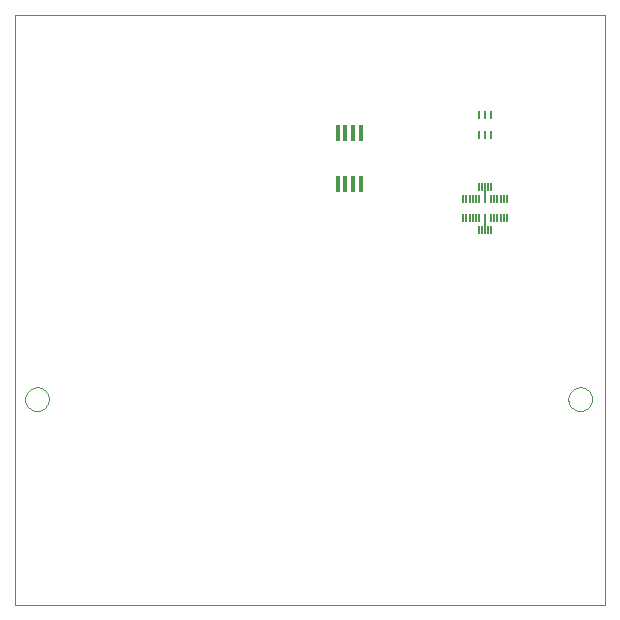
<source format=gtp>
G75*
%MOIN*%
%OFA0B0*%
%FSLAX24Y24*%
%IPPOS*%
%LPD*%
%AMOC8*
5,1,8,0,0,1.08239X$1,22.5*
%
%ADD10C,0.0000*%
%ADD11R,0.0112X0.0276*%
%ADD12R,0.0157X0.0531*%
D10*
X000180Y000180D02*
X000180Y019865D01*
X019865Y019865D01*
X019865Y000180D01*
X000180Y000180D01*
X000528Y007048D02*
X000530Y007087D01*
X000536Y007126D01*
X000546Y007164D01*
X000559Y007201D01*
X000576Y007236D01*
X000596Y007270D01*
X000620Y007301D01*
X000647Y007330D01*
X000676Y007356D01*
X000708Y007379D01*
X000742Y007399D01*
X000778Y007415D01*
X000815Y007427D01*
X000854Y007436D01*
X000893Y007441D01*
X000932Y007442D01*
X000971Y007439D01*
X001010Y007432D01*
X001047Y007421D01*
X001084Y007407D01*
X001119Y007389D01*
X001152Y007368D01*
X001183Y007343D01*
X001211Y007316D01*
X001236Y007286D01*
X001258Y007253D01*
X001277Y007219D01*
X001292Y007183D01*
X001304Y007145D01*
X001312Y007107D01*
X001316Y007068D01*
X001316Y007028D01*
X001312Y006989D01*
X001304Y006951D01*
X001292Y006913D01*
X001277Y006877D01*
X001258Y006843D01*
X001236Y006810D01*
X001211Y006780D01*
X001183Y006753D01*
X001152Y006728D01*
X001119Y006707D01*
X001084Y006689D01*
X001047Y006675D01*
X001010Y006664D01*
X000971Y006657D01*
X000932Y006654D01*
X000893Y006655D01*
X000854Y006660D01*
X000815Y006669D01*
X000778Y006681D01*
X000742Y006697D01*
X000708Y006717D01*
X000676Y006740D01*
X000647Y006766D01*
X000620Y006795D01*
X000596Y006826D01*
X000576Y006860D01*
X000559Y006895D01*
X000546Y006932D01*
X000536Y006970D01*
X000530Y007009D01*
X000528Y007048D01*
X000530Y007087D01*
X000536Y007126D01*
X000546Y007164D01*
X000559Y007201D01*
X000576Y007236D01*
X000596Y007270D01*
X000620Y007301D01*
X000647Y007330D01*
X000676Y007356D01*
X000708Y007379D01*
X000742Y007399D01*
X000778Y007415D01*
X000815Y007427D01*
X000854Y007436D01*
X000893Y007441D01*
X000932Y007442D01*
X000971Y007439D01*
X001010Y007432D01*
X001047Y007421D01*
X001084Y007407D01*
X001119Y007389D01*
X001152Y007368D01*
X001183Y007343D01*
X001211Y007316D01*
X001236Y007286D01*
X001258Y007253D01*
X001277Y007219D01*
X001292Y007183D01*
X001304Y007145D01*
X001312Y007107D01*
X001316Y007068D01*
X001316Y007028D01*
X001312Y006989D01*
X001304Y006951D01*
X001292Y006913D01*
X001277Y006877D01*
X001258Y006843D01*
X001236Y006810D01*
X001211Y006780D01*
X001183Y006753D01*
X001152Y006728D01*
X001119Y006707D01*
X001084Y006689D01*
X001047Y006675D01*
X001010Y006664D01*
X000971Y006657D01*
X000932Y006654D01*
X000893Y006655D01*
X000854Y006660D01*
X000815Y006669D01*
X000778Y006681D01*
X000742Y006697D01*
X000708Y006717D01*
X000676Y006740D01*
X000647Y006766D01*
X000620Y006795D01*
X000596Y006826D01*
X000576Y006860D01*
X000559Y006895D01*
X000546Y006932D01*
X000536Y006970D01*
X000530Y007009D01*
X000528Y007048D01*
X018630Y007048D02*
X018632Y007087D01*
X018638Y007126D01*
X018648Y007164D01*
X018661Y007201D01*
X018678Y007236D01*
X018698Y007270D01*
X018722Y007301D01*
X018749Y007330D01*
X018778Y007356D01*
X018810Y007379D01*
X018844Y007399D01*
X018880Y007415D01*
X018917Y007427D01*
X018956Y007436D01*
X018995Y007441D01*
X019034Y007442D01*
X019073Y007439D01*
X019112Y007432D01*
X019149Y007421D01*
X019186Y007407D01*
X019221Y007389D01*
X019254Y007368D01*
X019285Y007343D01*
X019313Y007316D01*
X019338Y007286D01*
X019360Y007253D01*
X019379Y007219D01*
X019394Y007183D01*
X019406Y007145D01*
X019414Y007107D01*
X019418Y007068D01*
X019418Y007028D01*
X019414Y006989D01*
X019406Y006951D01*
X019394Y006913D01*
X019379Y006877D01*
X019360Y006843D01*
X019338Y006810D01*
X019313Y006780D01*
X019285Y006753D01*
X019254Y006728D01*
X019221Y006707D01*
X019186Y006689D01*
X019149Y006675D01*
X019112Y006664D01*
X019073Y006657D01*
X019034Y006654D01*
X018995Y006655D01*
X018956Y006660D01*
X018917Y006669D01*
X018880Y006681D01*
X018844Y006697D01*
X018810Y006717D01*
X018778Y006740D01*
X018749Y006766D01*
X018722Y006795D01*
X018698Y006826D01*
X018678Y006860D01*
X018661Y006895D01*
X018648Y006932D01*
X018638Y006970D01*
X018632Y007009D01*
X018630Y007048D01*
X018632Y007087D01*
X018638Y007126D01*
X018648Y007164D01*
X018661Y007201D01*
X018678Y007236D01*
X018698Y007270D01*
X018722Y007301D01*
X018749Y007330D01*
X018778Y007356D01*
X018810Y007379D01*
X018844Y007399D01*
X018880Y007415D01*
X018917Y007427D01*
X018956Y007436D01*
X018995Y007441D01*
X019034Y007442D01*
X019073Y007439D01*
X019112Y007432D01*
X019149Y007421D01*
X019186Y007407D01*
X019221Y007389D01*
X019254Y007368D01*
X019285Y007343D01*
X019313Y007316D01*
X019338Y007286D01*
X019360Y007253D01*
X019379Y007219D01*
X019394Y007183D01*
X019406Y007145D01*
X019414Y007107D01*
X019418Y007068D01*
X019418Y007028D01*
X019414Y006989D01*
X019406Y006951D01*
X019394Y006913D01*
X019379Y006877D01*
X019360Y006843D01*
X019338Y006810D01*
X019313Y006780D01*
X019285Y006753D01*
X019254Y006728D01*
X019221Y006707D01*
X019186Y006689D01*
X019149Y006675D01*
X019112Y006664D01*
X019073Y006657D01*
X019034Y006654D01*
X018995Y006655D01*
X018956Y006660D01*
X018917Y006669D01*
X018880Y006681D01*
X018844Y006697D01*
X018810Y006717D01*
X018778Y006740D01*
X018749Y006766D01*
X018722Y006795D01*
X018698Y006826D01*
X018678Y006860D01*
X018661Y006895D01*
X018648Y006932D01*
X018638Y006970D01*
X018632Y007009D01*
X018630Y007048D01*
D11*
X016070Y012695D03*
X015963Y012694D03*
X015856Y012695D03*
X015748Y012695D03*
X015640Y012695D03*
X015856Y012882D03*
X015856Y013078D03*
X016053Y013078D03*
X016162Y013078D03*
X016269Y013078D03*
X016377Y013078D03*
X016484Y013078D03*
X016591Y013078D03*
X016587Y013727D03*
X016480Y013727D03*
X016373Y013727D03*
X016265Y013727D03*
X016158Y013727D03*
X016053Y013727D03*
X015856Y013727D03*
X015659Y013727D03*
X015553Y013726D03*
X015446Y013726D03*
X015339Y013726D03*
X015231Y013726D03*
X015124Y013726D03*
X015640Y014110D03*
X015748Y014110D03*
X015856Y014110D03*
X015963Y014110D03*
X016070Y014110D03*
X015856Y013947D03*
X015659Y013078D03*
X015552Y013078D03*
X015445Y013078D03*
X015338Y013078D03*
X015230Y013078D03*
X015123Y013078D03*
X015653Y015856D03*
X015849Y015856D03*
X016046Y015856D03*
X016046Y016506D03*
X015849Y016506D03*
X015653Y016506D03*
D12*
X011708Y015909D03*
X011452Y015909D03*
X011196Y015909D03*
X010940Y015909D03*
X010940Y014216D03*
X011196Y014216D03*
X011452Y014216D03*
X011708Y014216D03*
M02*

</source>
